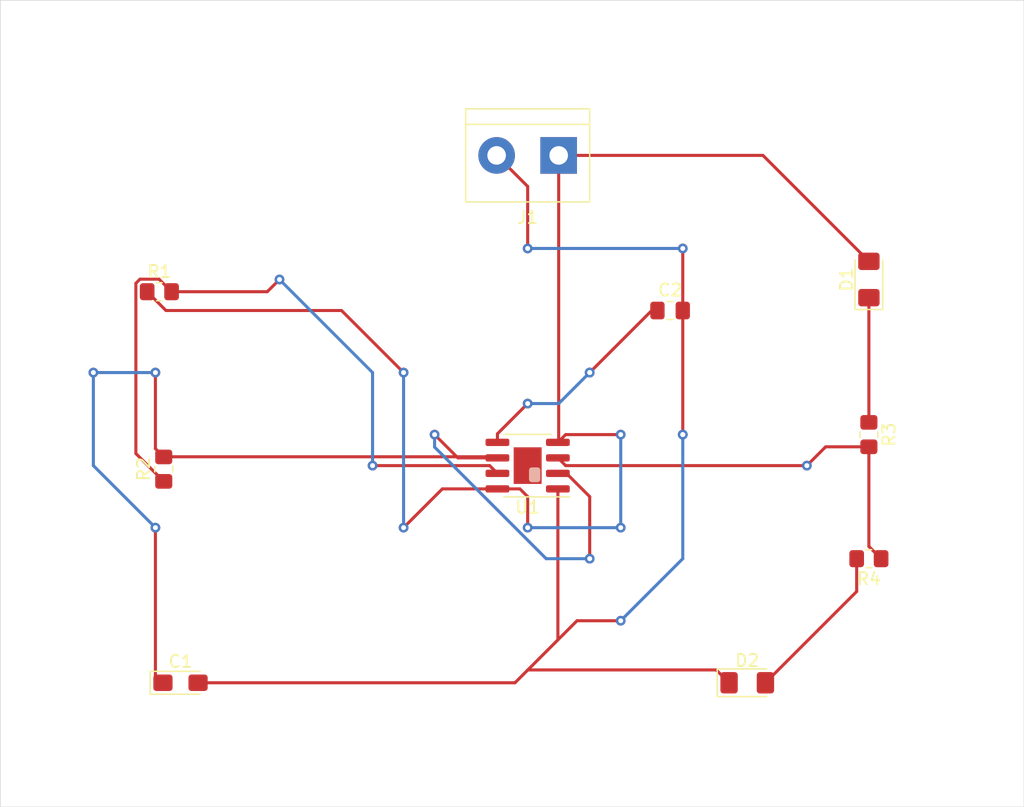
<source format=kicad_pcb>
(kicad_pcb (version 20211014) (generator pcbnew)
  (layers (0 "F.Cu" signal) (31 "B.Cu" signal) (34 "B.Paste" user) (35 "F.Paste" user) (36 "B.SilkS" user "B.Silkscreen") (37 "F.SilkS" user "F.Silkscreen") (38 "B.Mask" user) (39 "F.Mask" user) (44 "Edge.Cuts" user))
  (net 0 "")
  (net 1 "/pin_2")
  (net 2 "GND")
  (net 3 "Net-(C2-Pad1)")
  (net 4 "Net-(D1-Pad1)")
  (net 5 "+9V")
  (net 6 "Net-(D2-Pad2)")
  (net 7 "/pin_7")
  (net 8 "/pin_3")
  (footprint "Resistor_SMD:R_0805_2012Metric_Pad1.20x1.40mm_HandSolder" (layer "F.Cu") (at 114.625 74.66)
    (fp_text reference "R1" (at 0 -1.65) (layer "F.SilkS"))
    (fp_text value "1k")
    (fp_line (start -0.227064 -0.735) (end 0.227064 -0.735) (layer "F.SilkS") (width 0.12))
    (fp_line (start -0.227064 0.735) (end 0.227064 0.735) (layer "F.SilkS") (width 0.12))
    (pad "1" smd roundrect (at -1 0) (size 1.2 1.4) (layers "F.Cu" "F.Paste" "F.Mask") (roundrect_rratio 0.208333) (net 5 "+9V"))
    (pad "2" smd roundrect (at 1 0) (size 1.2 1.4) (layers "F.Cu" "F.Paste" "F.Mask") (roundrect_rratio 0.208333) (net 7 "/pin_7"))
  )
  (footprint "Resistor_SMD:R_0805_2012Metric_Pad1.20x1.40mm_HandSolder" (layer "F.Cu") (at 172.72 86.36 -90)
    (fp_text reference "R3" (at 0 -1.65 90) (layer "F.SilkS"))
    (fp_text value "1k")
    (fp_line (start -0.227064 -0.735) (end 0.227064 -0.735) (layer "F.SilkS") (width 0.12))
    (fp_line (start -0.227064 0.735) (end 0.227064 0.735) (layer "F.SilkS") (width 0.12))
    (pad "1" smd roundrect (at -1 0 270) (size 1.2 1.4) (layers "F.Cu" "F.Paste" "F.Mask") (roundrect_rratio 0.208333) (net 4 "Net-(D1-Pad1)"))
    (pad "2" smd roundrect (at 1 0 270) (size 1.2 1.4) (layers "F.Cu" "F.Paste" "F.Mask") (roundrect_rratio 0.208333) (net 8 "/pin_3"))
  )
  (footprint "TerminalBlock:TerminalBlock_bornier-2_P5.08mm" (layer "F.Cu") (at 147.32 63.5 180)
    (fp_text reference "J1" (at 2.54 -5.08) (layer "F.SilkS"))
    (fp_text value "Conn_01x02_Male")
    (fp_line (start 7.62 3.81) (end 7.62 -3.81) (layer "F.SilkS") (width 0.12))
    (fp_line (start 7.62 -3.81) (end -2.54 -3.81) (layer "F.SilkS") (width 0.12))
    (fp_line (start -2.54 -3.81) (end -2.54 3.81) (layer "F.SilkS") (width 0.12))
    (fp_line (start -2.54 3.81) (end 7.62 3.81) (layer "F.SilkS") (width 0.12))
    (fp_line (start 7.62 2.54) (end -2.54 2.54) (layer "F.SilkS") (width 0.12))
    (pad "1" thru_hole rect (at 0 0 180) (size 3 3) (drill 1.52) (layers *.Cu *.Mask) (net 5 "+9V"))
    (pad "2" thru_hole circle (at 5.08 0 180) (size 3 3) (drill 1.52) (layers *.Cu *.Mask) (net 2 "GND"))
  )
  (footprint "LED_SMD:LED_1206_3216Metric_Pad1.42x1.75mm_HandSolder" (layer "F.Cu") (at 172.72 73.66 90)
    (fp_text reference "D1" (at 0 -1.82 90) (layer "F.SilkS"))
    (fp_text value "LED")
    (fp_line (start 1.6 -1.135) (end -2.46 -1.135) (layer "F.SilkS") (width 0.12))
    (fp_line (start -2.46 1.135) (end 1.6 1.135) (layer "F.SilkS") (width 0.12))
    (fp_line (start -2.46 -1.135) (end -2.46 1.135) (layer "F.SilkS") (width 0.12))
    (pad "1" smd roundrect (at -1.4875 0 90) (size 1.425 1.75) (layers "F.Cu" "F.Paste" "F.Mask") (roundrect_rratio 0.175439) (net 4 "Net-(D1-Pad1)"))
    (pad "2" smd roundrect (at 1.4875 0 90) (size 1.425 1.75) (layers "F.Cu" "F.Paste" "F.Mask") (roundrect_rratio 0.175439) (net 5 "+9V"))
  )
  (footprint "Capacitor_SMD:C_0805_2012Metric_Pad1.18x1.45mm_HandSolder" (layer "F.Cu") (at 156.4425 76.2)
    (fp_text reference "C2" (at 0 -1.68) (layer "F.SilkS"))
    (fp_text value "0.01µF")
    (fp_line (start -0.261252 -0.735) (end 0.261252 -0.735) (layer "F.SilkS") (width 0.12))
    (fp_line (start -0.261252 0.735) (end 0.261252 0.735) (layer "F.SilkS") (width 0.12))
    (pad "1" smd roundrect (at -1.0375 0) (size 1.175 1.45) (layers "F.Cu" "F.Paste" "F.Mask") (roundrect_rratio 0.212766) (net 3 "Net-(C2-Pad1)"))
    (pad "2" smd roundrect (at 1.0375 0) (size 1.175 1.45) (layers "F.Cu" "F.Paste" "F.Mask") (roundrect_rratio 0.212766) (net 2 "GND"))
  )
  (footprint "Package_SO:SOIC-8-1EP_3.9x4.9mm_P1.27mm_EP2.29x3mm" (layer "F.Cu") (at 144.78 88.9 180)
    (fp_text reference "U1" (at 0 -3.4) (layer "F.SilkS"))
    (fp_text value "NE555D")
    (fp_line (start 0 -2.56) (end 1.95 -2.56) (layer "F.SilkS") (width 0.12))
    (fp_line (start 0 -2.56) (end -3.45 -2.56) (layer "F.SilkS") (width 0.12))
    (fp_line (start 0 2.56) (end 1.95 2.56) (layer "F.SilkS") (width 0.12))
    (fp_line (start 0 2.56) (end -1.95 2.56) (layer "F.SilkS") (width 0.12))
    (pad "" smd roundrect (at -0.57 -0.75 180) (size 0.92 1.21) (layers "F.Paste" "B.SilkS"))
    (pad "1" smd roundrect (at -2.475 -1.905 180) (size 1.95 0.6) (layers "F.Cu" "F.Paste" "F.Mask") (net 2 "GND"))
    (pad "2" smd roundrect (at -2.475 -0.635 180) (size 1.95 0.6) (layers "F.Cu" "F.Paste" "F.Mask") (net 1 "/pin_2"))
    (pad "3" smd roundrect (at -2.475 0.635 180) (size 1.95 0.6) (layers "F.Cu" "F.Paste" "F.Mask") (net 8 "/pin_3"))
    (pad "4" smd roundrect (at -2.475 1.905 180) (size 1.95 0.6) (layers "F.Cu" "F.Paste" "F.Mask") (net 5 "+9V"))
    (pad "5" smd roundrect (at 2.475 1.905 180) (size 1.95 0.6) (layers "F.Cu" "F.Paste" "F.Mask") (net 3 "Net-(C2-Pad1)"))
    (pad "6" smd roundrect (at 2.475 0.635 180) (size 1.95 0.6) (layers "F.Cu" "F.Paste" "F.Mask") (net 1 "/pin_2"))
    (pad "7" smd roundrect (at 2.475 -0.635 180) (size 1.95 0.6) (layers "F.Cu" "F.Paste" "F.Mask") (net 7 "/pin_7"))
    (pad "8" smd roundrect (at 2.475 -1.905 180) (size 1.95 0.6) (layers "F.Cu" "F.Paste" "F.Mask") (net 5 "+9V"))
    (pad "9" smd rect (at 0 0 180) (size 2.29 3) (layers "F.Cu" "F.Mask"))
  )
  (footprint "Resistor_SMD:R_0805_2012Metric_Pad1.20x1.40mm_HandSolder" (layer "F.Cu") (at 172.72 96.52 180)
    (fp_text reference "R4" (at 0 -1.65) (layer "F.SilkS"))
    (fp_text value "1k")
    (fp_line (start -0.227064 -0.735) (end 0.227064 -0.735) (layer "F.SilkS") (width 0.12))
    (fp_line (start -0.227064 0.735) (end 0.227064 0.735) (layer "F.SilkS") (width 0.12))
    (pad "1" smd roundrect (at -1 0 180) (size 1.2 1.4) (layers "F.Cu" "F.Paste" "F.Mask") (roundrect_rratio 0.208333) (net 8 "/pin_3"))
    (pad "2" smd roundrect (at 1 0 180) (size 1.2 1.4) (layers "F.Cu" "F.Paste" "F.Mask") (roundrect_rratio 0.208333) (net 6 "Net-(D2-Pad2)"))
  )
  (footprint "Capacitor_Tantalum_SMD:CP_EIA-3216-18_Kemet-A_Pad1.58x1.35mm_HandSolder" (layer "F.Cu") (at 116.355 106.68)
    (fp_text reference "C1" (at 0 -1.75) (layer "F.SilkS"))
    (fp_text value "10µF")
    (fp_line (start -2.485 0.935) (end 1.6 0.935) (layer "F.SilkS") (width 0.12))
    (fp_line (start -2.485 -0.935) (end -2.485 0.935) (layer "F.SilkS") (width 0.12))
    (fp_line (start 1.6 -0.935) (end -2.485 -0.935) (layer "F.SilkS") (width 0.12))
    (pad "1" smd roundrect (at -1.4375 0) (size 1.575 1.35) (layers "F.Cu" "F.Paste" "F.Mask") (roundrect_rratio 0.185185) (net 1 "/pin_2"))
    (pad "2" smd roundrect (at 1.4375 0) (size 1.575 1.35) (layers "F.Cu" "F.Paste" "F.Mask") (roundrect_rratio 0.185185) (net 2 "GND"))
  )
  (footprint "Resistor_SMD:R_0805_2012Metric_Pad1.20x1.40mm_HandSolder" (layer "F.Cu") (at 114.981192 89.19 90)
    (fp_text reference "R2" (at 0 -1.65 90) (layer "F.SilkS"))
    (fp_text value "10k")
    (fp_line (start -0.227064 0.735) (end 0.227064 0.735) (layer "F.SilkS") (width 0.12))
    (fp_line (start -0.227064 -0.735) (end 0.227064 -0.735) (layer "F.SilkS") (width 0.12))
    (pad "1" smd roundrect (at -1 0 90) (size 1.2 1.4) (layers "F.Cu" "F.Paste" "F.Mask") (roundrect_rratio 0.208333) (net 7 "/pin_7"))
    (pad "2" smd roundrect (at 1 0 90) (size 1.2 1.4) (layers "F.Cu" "F.Paste" "F.Mask") (roundrect_rratio 0.208333) (net 1 "/pin_2"))
  )
  (footprint "LED_SMD:LED_1206_3216Metric_Pad1.42x1.75mm_HandSolder" (layer "F.Cu") (at 162.76 106.68)
    (fp_text reference "D2" (at 0 -1.82) (layer "F.SilkS"))
    (fp_text value "LED")
    (fp_line (start 1.6 -1.135) (end -2.46 -1.135) (layer "F.SilkS") (width 0.12))
    (fp_line (start -2.46 1.135) (end 1.6 1.135) (layer "F.SilkS") (width 0.12))
    (fp_line (start -2.46 -1.135) (end -2.46 1.135) (layer "F.SilkS") (width 0.12))
    (pad "1" smd roundrect (at -1.4875 0) (size 1.425 1.75) (layers "F.Cu" "F.Paste" "F.Mask") (roundrect_rratio 0.175439) (net 2 "GND"))
    (pad "2" smd roundrect (at 1.4875 0) (size 1.425 1.75) (layers "F.Cu" "F.Paste" "F.Mask") (roundrect_rratio 0.175439) (net 6 "Net-(D2-Pad2)"))
  )
  (gr_rect (start 101.6 50.8) (end 185.42 116.84) (layer "Edge.Cuts") (width 0.05) (fill none))
  (segment (start 114.3 87.508808) (end 114.981192 88.19) (width 0.25) (layer "F.Cu") (net 1))
  (segment (start 114.9175 106.68) (end 114.3 106.0625) (width 0.25) (layer "F.Cu") (net 1))
  (segment (start 137.16 86.36) (end 139.065 88.265) (width 0.25) (layer "F.Cu") (net 1))
  (segment (start 147.955 89.535) (end 149.86 91.44) (width 0.25) (layer "F.Cu") (net 1))
  (segment (start 114.981192 88.19) (end 114.996192 88.175) (width 0.25) (layer "F.Cu") (net 1))
  (segment (start 114.3 106.0625) (end 114.3 93.98) (width 0.25) (layer "F.Cu") (net 1))
  (segment (start 147.255 89.535) (end 147.955 89.535) (width 0.25) (layer "F.Cu") (net 1))
  (segment (start 149.86 91.44) (end 149.86 96.52) (width 0.25) (layer "F.Cu") (net 1))
  (segment (start 114.996192 88.175) (end 142.215 88.175) (width 0.25) (layer "F.Cu") (net 1))
  (segment (start 142.215 88.175) (end 142.305 88.265) (width 0.25) (layer "F.Cu") (net 1))
  (segment (start 139.065 88.265) (end 142.305 88.265) (width 0.25) (layer "F.Cu") (net 1))
  (segment (start 114.3 81.28) (end 114.3 87.508808) (width 0.25) (layer "F.Cu") (net 1))
  (via (at 109.22 81.28) (size 0.8) (drill 0.4) (layers "F.Cu" "B.Cu") (net 1))
  (via (at 137.16 86.36) (size 0.8) (drill 0.4) (layers "F.Cu" "B.Cu") (net 1))
  (via (at 114.3 93.98) (size 0.8) (drill 0.4) (layers "F.Cu" "B.Cu") (net 1))
  (via (at 149.86 96.52) (size 0.8) (drill 0.4) (layers "F.Cu" "B.Cu") (net 1))
  (via (at 114.3 81.28) (size 0.8) (drill 0.4) (layers "F.Cu" "B.Cu") (net 1))
  (segment (start 137.16 87.385305) (end 137.16 86.36) (width 0.25) (layer "B.Cu") (net 1))
  (segment (start 149.86 96.52) (end 146.294695 96.52) (width 0.25) (layer "B.Cu") (net 1))
  (segment (start 109.22 81.28) (end 114.3 81.28) (width 0.25) (layer "B.Cu") (net 1))
  (segment (start 109.22 88.9) (end 109.22 81.28) (width 0.25) (layer "B.Cu") (net 1))
  (segment (start 146.294695 96.52) (end 137.16 87.385305) (width 0.25) (layer "B.Cu") (net 1))
  (segment (start 114.3 93.98) (end 109.22 88.9) (width 0.25) (layer "B.Cu") (net 1))
  (segment (start 147.255 103.1675) (end 144.7925 105.63) (width 0.25) (layer "F.Cu") (net 2))
  (segment (start 152.4 101.6) (end 148.8225 101.6) (width 0.25) (layer "F.Cu") (net 2))
  (segment (start 157.48 76.2) (end 157.48 86.36) (width 0.25) (layer "F.Cu") (net 2))
  (segment (start 117.7925 106.68) (end 143.7425 106.68) (width 0.25) (layer "F.Cu") (net 2))
  (segment (start 144.78 66.04) (end 144.78 71.12) (width 0.25) (layer "F.Cu") (net 2))
  (segment (start 148.8225 101.6) (end 147.255 103.1675) (width 0.25) (layer "F.Cu") (net 2))
  (segment (start 147.255 90.805) (end 147.255 103.1675) (width 0.25) (layer "F.Cu") (net 2))
  (segment (start 157.48 71.12) (end 157.48 76.2) (width 0.25) (layer "F.Cu") (net 2))
  (segment (start 161.2725 106.68) (end 160.2225 105.63) (width 0.25) (layer "F.Cu") (net 2))
  (segment (start 144.7925 105.63) (end 143.7425 106.68) (width 0.25) (layer "F.Cu") (net 2))
  (segment (start 160.2225 105.63) (end 144.7925 105.63) (width 0.25) (layer "F.Cu") (net 2))
  (segment (start 142.24 63.5) (end 144.78 66.04) (width 0.25) (layer "F.Cu") (net 2))
  (via (at 157.48 86.36) (size 0.8) (drill 0.4) (layers "F.Cu" "B.Cu") (net 2))
  (via (at 144.78 71.12) (size 0.8) (drill 0.4) (layers "F.Cu" "B.Cu") (net 2))
  (via (at 157.48 86.36) (size 0.8) (drill 0.4) (layers "F.Cu" "B.Cu") (net 2))
  (via (at 152.4 101.6) (size 0.8) (drill 0.4) (layers "F.Cu" "B.Cu") (net 2))
  (via (at 157.48 71.12) (size 0.8) (drill 0.4) (layers "F.Cu" "B.Cu") (net 2))
  (segment (start 157.48 96.52) (end 152.4 101.6) (width 0.25) (layer "B.Cu") (net 2))
  (segment (start 157.48 86.36) (end 157.48 96.52) (width 0.25) (layer "B.Cu") (net 2))
  (segment (start 144.78 71.12) (end 157.48 71.12) (width 0.25) (layer "B.Cu") (net 2))
  (segment (start 142.305 86.295) (end 142.305 86.995) (width 0.25) (layer "F.Cu") (net 3))
  (segment (start 144.78 83.82) (end 142.305 86.295) (width 0.25) (layer "F.Cu") (net 3))
  (segment (start 154.94 76.2) (end 149.86 81.28) (width 0.25) (layer "F.Cu") (net 3))
  (segment (start 142.24 86.93) (end 142.305 86.995) (width 0.25) (layer "F.Cu") (net 3))
  (segment (start 155.405 76.2) (end 154.94 76.2) (width 0.25) (layer "F.Cu") (net 3))
  (via (at 144.78 83.82) (size 0.8) (drill 0.4) (layers "F.Cu" "B.Cu") (net 3))
  (via (at 149.86 81.28) (size 0.8) (drill 0.4) (layers "F.Cu" "B.Cu") (net 3))
  (via (at 149.86 81.28) (size 0.8) (drill 0.4) (layers "F.Cu" "B.Cu") (net 3))
  (segment (start 149.86 81.28) (end 147.32 83.82) (width 0.25) (layer "B.Cu") (net 3))
  (segment (start 147.32 83.82) (end 144.78 83.82) (width 0.25) (layer "B.Cu") (net 3))
  (segment (start 172.72 85.36) (end 172.72 75.1475) (width 0.25) (layer "F.Cu") (net 4))
  (segment (start 164.0475 63.5) (end 172.72 72.1725) (width 0.25) (layer "F.Cu") (net 5))
  (segment (start 134.62 93.98) (end 137.795 90.805) (width 0.25) (layer "F.Cu") (net 5))
  (segment (start 144.78 91.44) (end 144.78 93.98) (width 0.25) (layer "F.Cu") (net 5))
  (segment (start 147.89 86.36) (end 152.4 86.36) (width 0.25) (layer "F.Cu") (net 5))
  (segment (start 147.32 63.5) (end 147.32 86.93) (width 0.25) (layer "F.Cu") (net 5))
  (segment (start 144.145 90.805) (end 144.78 91.44) (width 0.25) (layer "F.Cu") (net 5))
  (segment (start 147.255 86.995) (end 147.89 86.36) (width 0.25) (layer "F.Cu") (net 5))
  (segment (start 147.32 86.93) (end 147.255 86.995) (width 0.25) (layer "F.Cu") (net 5))
  (segment (start 137.795 90.805) (end 142.305 90.805) (width 0.25) (layer "F.Cu") (net 5))
  (segment (start 115.165 76.2) (end 129.54 76.2) (width 0.25) (layer "F.Cu") (net 5))
  (segment (start 129.54 76.2) (end 134.62 81.28) (width 0.25) (layer "F.Cu") (net 5))
  (segment (start 113.625 74.66) (end 115.165 76.2) (width 0.25) (layer "F.Cu") (net 5))
  (segment (start 142.305 90.805) (end 144.145 90.805) (width 0.25) (layer "F.Cu") (net 5))
  (segment (start 147.32 63.5) (end 164.0475 63.5) (width 0.25) (layer "F.Cu") (net 5))
  (via (at 134.62 81.28) (size 0.8) (drill 0.4) (layers "F.Cu" "B.Cu") (net 5))
  (via (at 152.4 93.98) (size 0.8) (drill 0.4) (layers "F.Cu" "B.Cu") (net 5))
  (via (at 152.4 86.36) (size 0.8) (drill 0.4) (layers "F.Cu" "B.Cu") (net 5))
  (via (at 144.78 93.98) (size 0.8) (drill 0.4) (layers "F.Cu" "B.Cu") (net 5))
  (via (at 134.62 93.98) (size 0.8) (drill 0.4) (layers "F.Cu" "B.Cu") (net 5))
  (segment (start 144.78 93.98) (end 152.4 93.98) (width 0.25) (layer "B.Cu") (net 5))
  (segment (start 152.4 93.98) (end 152.4 86.36) (width 0.25) (layer "B.Cu") (net 5))
  (segment (start 134.62 81.28) (end 134.62 93.98) (width 0.25) (layer "B.Cu") (net 5))
  (segment (start 171.72 96.52) (end 171.72 99.2075) (width 0.25) (layer "F.Cu") (net 6))
  (segment (start 171.72 99.2075) (end 164.2475 106.68) (width 0.25) (layer "F.Cu") (net 6))
  (segment (start 112.7 73.971827) (end 112.7 87.908808) (width 0.25) (layer "F.Cu") (net 7))
  (segment (start 132.08 88.9) (end 141.67 88.9) (width 0.25) (layer "F.Cu") (net 7))
  (segment (start 123.46 74.66) (end 124.46 73.66) (width 0.25) (layer "F.Cu") (net 7))
  (segment (start 112.7 87.908808) (end 114.981192 90.19) (width 0.25) (layer "F.Cu") (net 7))
  (segment (start 141.67 88.9) (end 142.305 89.535) (width 0.25) (layer "F.Cu") (net 7))
  (segment (start 115.625 74.66) (end 123.46 74.66) (width 0.25) (layer "F.Cu") (net 7))
  (segment (start 115.625 74.66) (end 114.6 73.635) (width 0.25) (layer "F.Cu") (net 7))
  (segment (start 113.036827 73.635) (end 112.7 73.971827) (width 0.25) (layer "F.Cu") (net 7))
  (segment (start 114.6 73.635) (end 113.036827 73.635) (width 0.25) (layer "F.Cu") (net 7))
  (via (at 132.08 88.9) (size 0.8) (drill 0.4) (layers "F.Cu" "B.Cu") (net 7))
  (via (at 124.46 73.66) (size 0.8) (drill 0.4) (layers "F.Cu" "B.Cu") (net 7))
  (segment (start 132.08 81.28) (end 132.08 88.9) (width 0.25) (layer "B.Cu") (net 7))
  (segment (start 124.46 73.66) (end 132.08 81.28) (width 0.25) (layer "B.Cu") (net 7))
  (segment (start 147.255 88.265) (end 147.89 88.9) (width 0.25) (layer "F.Cu") (net 8))
  (segment (start 169.18 87.36) (end 172.72 87.36) (width 0.25) (layer "F.Cu") (net 8))
  (segment (start 172.72 87.36) (end 172.72 95.52) (width 0.25) (layer "F.Cu") (net 8))
  (segment (start 167.64 88.9) (end 169.18 87.36) (width 0.25) (layer "F.Cu") (net 8))
  (segment (start 147.89 88.9) (end 167.64 88.9) (width 0.25) (layer "F.Cu") (net 8))
  (segment (start 172.72 95.52) (end 173.72 96.52) (width 0.25) (layer "F.Cu") (net 8))
  (via (at 167.64 88.9) (size 0.8) (drill 0.4) (layers "F.Cu" "B.Cu") (net 8))
)
</source>
